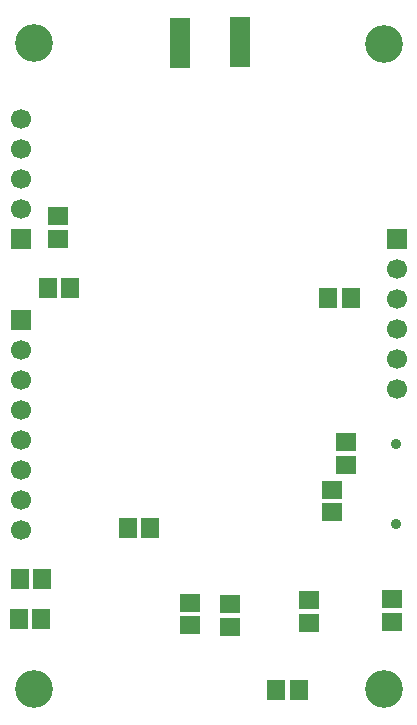
<source format=gbr>
G04 DipTrace 3.0.0.1*
G04 BottomMask.gbr*
%MOIN*%
G04 #@! TF.FileFunction,Soldermask,Bot*
G04 #@! TF.Part,Single*
%ADD49C,0.125984*%
%ADD50C,0.035433*%
%ADD63R,0.067717X0.167717*%
%ADD73C,0.066929*%
%ADD75R,0.066929X0.066929*%
%ADD85R,0.059055X0.066929*%
%ADD87R,0.066929X0.059055*%
%FSLAX26Y26*%
G04*
G70*
G90*
G75*
G01*
G04 BotMask*
%LPD*%
D87*
X1692914Y724410D3*
Y799213D3*
X1417323Y720473D3*
Y795276D3*
D85*
X1554701Y1801701D3*
X1479898D3*
D87*
X580701Y2000701D3*
Y2075504D3*
D85*
X812701Y1036701D3*
X887504D3*
D49*
X1665355Y2649607D3*
X500000Y2653544D3*
Y500000D3*
X1665355D3*
D75*
X456693Y1998819D3*
D73*
Y2098819D3*
Y2198819D3*
Y2298819D3*
Y2398819D3*
D75*
Y1728347D3*
D73*
Y1628347D3*
Y1528347D3*
Y1428347D3*
Y1328347D3*
Y1228347D3*
Y1128347D3*
Y1028347D3*
D75*
X1708662Y1998819D3*
D73*
Y1898819D3*
Y1798819D3*
Y1698819D3*
Y1598819D3*
Y1498819D3*
D87*
X1019528Y711315D3*
Y786118D3*
X1152701Y707701D3*
Y782504D3*
D85*
X1381890Y496063D3*
X1307087D3*
X619701Y1836701D3*
X544898D3*
X523570Y731864D3*
X448767D3*
X526067Y865660D3*
X451264D3*
D87*
X1539370Y1321302D3*
Y1246499D3*
X1491339Y1164042D3*
Y1089239D3*
D50*
X1706037Y1047900D3*
Y1315617D3*
D63*
X986496Y2653806D3*
X1186890Y2655774D3*
M02*

</source>
